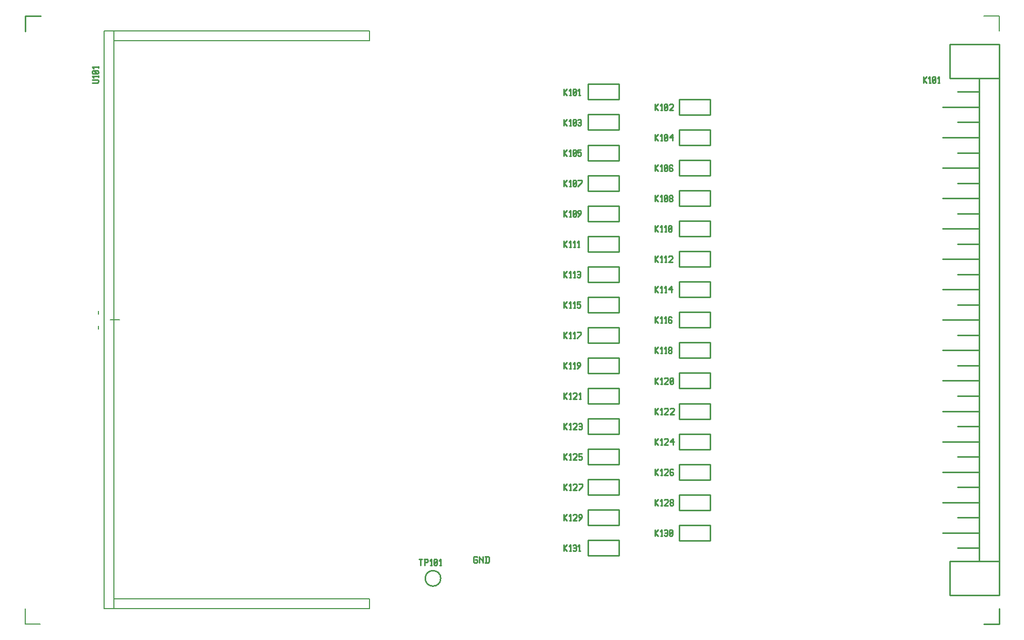
<source format=gbr>
G04 start of page 9 for group -4079 idx -4079 *
G04 Title: 01.003.00.01.01_main_pcb_layout.pcb, topsilk *
G04 Creator: pcb 20100929 *
G04 CreationDate: Sat Sep 29 18:10:19 2012 UTC *
G04 For: bert *
G04 Format: Gerber/RS-274X *
G04 PCB-Dimensions: 629925 393705 *
G04 PCB-Coordinate-Origin: lower left *
%MOIN*%
%FSLAX25Y25*%
%LNFRONTSILK*%
%ADD22C,0.0080*%
%ADD25C,0.0100*%
G54D22*X222835Y383862D02*X51181D01*
Y9847D01*
X57480D02*Y383862D01*
X222835Y9847D02*X51181D01*
X629921Y375201D02*Y18508D01*
Y393705D02*Y383862D01*
Y393705D02*X620079D01*
X0Y4D02*X9843D01*
X0Y9847D02*Y4D01*
X222835Y9847D02*Y16146D01*
X57480D01*
X222835Y383862D02*Y377563D01*
X57480D01*
G54D25*X292000Y43705D02*X292500Y43205D01*
X290500Y43705D02*X292000D01*
X290000Y43205D02*X290500Y43705D01*
X290000Y43205D02*Y40205D01*
X290500Y39705D01*
X292000D01*
X292500Y40205D01*
Y41205D02*Y40205D01*
X292000Y41705D02*X292500Y41205D01*
X291000Y41705D02*X292000D01*
X293701Y43705D02*Y39705D01*
Y43705D02*Y43205D01*
X296201Y40705D01*
Y43705D02*Y39705D01*
X297902Y43705D02*Y39705D01*
X299402Y43705D02*X299902Y43205D01*
Y40205D01*
X299402Y39705D02*X299902Y40205D01*
X297402Y39705D02*X299402D01*
X297402Y43705D02*X299402D01*
X629921Y4D02*X619921D01*
X629921Y10004D02*Y4D01*
X629920Y375202D02*Y18509D01*
X616928Y353155D02*Y40556D01*
X593306Y314966D02*X616928D01*
X603148Y344493D02*X616928D01*
X593306Y216540D02*X616927D01*
X603148Y265753D02*X616928D01*
X593306Y255910D02*X616927D01*
Y216540D02*X616928Y216541D01*
X616927Y255910D02*X616928Y255911D01*
X603148Y246068D02*X616928D01*
X616927Y236225D02*X616928Y236226D01*
X593306Y236225D02*X616927D01*
Y295280D02*X616928Y295281D01*
X603148Y285438D02*X616928D01*
X616927Y275595D02*X616928Y275596D01*
X593306Y275595D02*X616927D01*
X603148Y226383D02*X616928D01*
X603148Y187013D02*X616928D01*
X593306Y196856D02*X616928D01*
X603148Y206698D02*X616928D01*
X593306Y157486D02*X616928D01*
X603148Y167328D02*X616928D01*
X593306Y177171D02*X616928D01*
X603148Y127958D02*X616928D01*
X593306Y137800D02*X616928D01*
X603148Y147643D02*X616928D01*
X593306Y98430D02*X616928D01*
X603148Y108273D02*X616928D01*
X593306Y118115D02*X616928D01*
X603148Y68903D02*X616928D01*
X593306Y78745D02*X616928D01*
X593306Y334651D02*X616928D01*
X603148Y324808D02*X616928D01*
X603148Y305123D02*X616928D01*
X593306Y295280D02*X616927D01*
X603148Y88588D02*X616534D01*
X616928Y88194D01*
X593306Y59060D02*X616928D01*
X603148Y49218D02*X616928D01*
X598030Y375202D02*X629920D01*
X598030D02*Y353155D01*
X629920D01*
X598030Y18509D02*X629920D01*
X598030Y40556D02*Y18509D01*
Y40556D02*X629920D01*
X258780Y29532D02*G75*G03X258780Y29532I5000J0D01*G01*
X364016Y349492D02*X384016D01*
Y339492D01*
X364016D01*
Y349492D01*
Y310122D02*X384016D01*
Y300122D01*
X364016D01*
Y310122D01*
Y231382D02*X384016D01*
Y221382D01*
X364016D01*
Y231382D01*
Y211697D02*X384016D01*
Y201697D01*
X364016D01*
Y211697D01*
Y192012D02*X384016D01*
Y182012D01*
X364016D01*
Y192012D01*
Y172327D02*X384016D01*
Y162327D01*
X364016D01*
Y172327D01*
X10000Y393705D02*X0D01*
Y383705D01*
G54D22*X55118Y196855D02*X61024D01*
X47244Y200792D02*Y202760D01*
Y192918D02*Y190949D01*
G54D25*X364016Y329807D02*X384016D01*
Y319807D01*
X364016D01*
Y329807D01*
X423071Y339650D02*X443071D01*
Y329650D01*
X423071D01*
Y339650D01*
Y319965D02*X443071D01*
Y309965D01*
X423071D01*
Y319965D01*
X364016Y290437D02*X384016D01*
Y280437D01*
X364016D01*
Y290437D01*
Y270752D02*X384016D01*
Y260752D01*
X364016D01*
Y270752D01*
Y251067D02*X384016D01*
Y241067D01*
X364016D01*
Y251067D01*
X423071Y300280D02*X443071D01*
Y290280D01*
X423071D01*
Y300280D01*
Y280595D02*X443071D01*
Y270595D01*
X423071D01*
Y280595D01*
Y260910D02*X443071D01*
Y250910D01*
X423071D01*
Y260910D01*
X364016Y152642D02*X384016D01*
Y142642D01*
X364016D01*
Y152642D01*
Y132957D02*X384016D01*
Y122957D01*
X364016D01*
Y132957D01*
Y113272D02*X384016D01*
Y103272D01*
X364016D01*
Y113272D01*
Y93587D02*X384016D01*
Y83587D01*
X364016D01*
Y93587D01*
Y73902D02*X384016D01*
Y63902D01*
X364016D01*
Y73902D01*
Y54217D02*X384016D01*
Y44217D01*
X364016D01*
Y54217D01*
X423071Y241225D02*X443071D01*
Y231225D01*
X423071D01*
Y241225D01*
Y221540D02*X443071D01*
Y211540D01*
X423071D01*
Y221540D01*
Y201855D02*X443071D01*
Y191855D01*
X423071D01*
Y201855D01*
Y182170D02*X443071D01*
Y172170D01*
X423071D01*
Y182170D01*
Y162485D02*X443071D01*
Y152485D01*
X423071D01*
Y162485D01*
Y142800D02*X443071D01*
Y132800D01*
X423071D01*
Y142800D01*
Y123115D02*X443071D01*
Y113115D01*
X423071D01*
Y123115D01*
Y103429D02*X443071D01*
Y93429D01*
X423071D01*
Y103429D01*
Y83744D02*X443071D01*
Y73744D01*
X423071D01*
Y83744D01*
Y64059D02*X443071D01*
Y54059D01*
X423071D01*
Y64059D01*
X348425Y346460D02*Y342460D01*
Y344460D02*X350425Y346460D01*
X348425Y344460D02*X350425Y342460D01*
X352126D02*X353126D01*
X352626Y346460D02*Y342460D01*
X351626Y345460D02*X352626Y346460D01*
X354327Y342960D02*X354827Y342460D01*
X354327Y345960D02*Y342960D01*
Y345960D02*X354827Y346460D01*
X355827D01*
X356327Y345960D01*
Y342960D01*
X355827Y342460D02*X356327Y342960D01*
X354827Y342460D02*X355827D01*
X354327Y343460D02*X356327Y345460D01*
X358028Y342460D02*X359028D01*
X358528Y346460D02*Y342460D01*
X357528Y345460D02*X358528Y346460D01*
X348425Y248035D02*Y244035D01*
Y246035D02*X350425Y248035D01*
X348425Y246035D02*X350425Y244035D01*
X352126D02*X353126D01*
X352626Y248035D02*Y244035D01*
X351626Y247035D02*X352626Y248035D01*
X354827Y244035D02*X355827D01*
X355327Y248035D02*Y244035D01*
X354327Y247035D02*X355327Y248035D01*
X357528Y244035D02*X358528D01*
X358028Y248035D02*Y244035D01*
X357028Y247035D02*X358028Y248035D01*
X348425Y326775D02*Y322775D01*
Y324775D02*X350425Y326775D01*
X348425Y324775D02*X350425Y322775D01*
X352126D02*X353126D01*
X352626Y326775D02*Y322775D01*
X351626Y325775D02*X352626Y326775D01*
X354327Y323275D02*X354827Y322775D01*
X354327Y326275D02*Y323275D01*
Y326275D02*X354827Y326775D01*
X355827D01*
X356327Y326275D01*
Y323275D01*
X355827Y322775D02*X356327Y323275D01*
X354827Y322775D02*X355827D01*
X354327Y323775D02*X356327Y325775D01*
X357528Y326275D02*X358028Y326775D01*
X359028D01*
X359528Y326275D01*
Y323275D01*
X359028Y322775D02*X359528Y323275D01*
X358028Y322775D02*X359028D01*
X357528Y323275D02*X358028Y322775D01*
Y324775D02*X359528D01*
X348425Y307090D02*Y303090D01*
Y305090D02*X350425Y307090D01*
X348425Y305090D02*X350425Y303090D01*
X352126D02*X353126D01*
X352626Y307090D02*Y303090D01*
X351626Y306090D02*X352626Y307090D01*
X354327Y303590D02*X354827Y303090D01*
X354327Y306590D02*Y303590D01*
Y306590D02*X354827Y307090D01*
X355827D01*
X356327Y306590D01*
Y303590D01*
X355827Y303090D02*X356327Y303590D01*
X354827Y303090D02*X355827D01*
X354327Y304090D02*X356327Y306090D01*
X357528Y307090D02*X359528D01*
X357528D02*Y305090D01*
X358028Y305590D01*
X359028D01*
X359528Y305090D01*
Y303590D01*
X359028Y303090D02*X359528Y303590D01*
X358028Y303090D02*X359028D01*
X357528Y303590D02*X358028Y303090D01*
X348425Y287405D02*Y283405D01*
Y285405D02*X350425Y287405D01*
X348425Y285405D02*X350425Y283405D01*
X352126D02*X353126D01*
X352626Y287405D02*Y283405D01*
X351626Y286405D02*X352626Y287405D01*
X354327Y283905D02*X354827Y283405D01*
X354327Y286905D02*Y283905D01*
Y286905D02*X354827Y287405D01*
X355827D01*
X356327Y286905D01*
Y283905D01*
X355827Y283405D02*X356327Y283905D01*
X354827Y283405D02*X355827D01*
X354327Y284405D02*X356327Y286405D01*
X357528Y283405D02*X360028Y285905D01*
Y287405D02*Y285905D01*
X357528Y287405D02*X360028D01*
X407480Y336618D02*Y332618D01*
Y334618D02*X409480Y336618D01*
X407480Y334618D02*X409480Y332618D01*
X411181D02*X412181D01*
X411681Y336618D02*Y332618D01*
X410681Y335618D02*X411681Y336618D01*
X413382Y333118D02*X413882Y332618D01*
X413382Y336118D02*Y333118D01*
Y336118D02*X413882Y336618D01*
X414882D01*
X415382Y336118D01*
Y333118D01*
X414882Y332618D02*X415382Y333118D01*
X413882Y332618D02*X414882D01*
X413382Y333618D02*X415382Y335618D01*
X416583Y336118D02*X417083Y336618D01*
X418583D01*
X419083Y336118D01*
Y335118D01*
X416583Y332618D02*X419083Y335118D01*
X416583Y332618D02*X419083D01*
X407480Y316933D02*Y312933D01*
Y314933D02*X409480Y316933D01*
X407480Y314933D02*X409480Y312933D01*
X411181D02*X412181D01*
X411681Y316933D02*Y312933D01*
X410681Y315933D02*X411681Y316933D01*
X413382Y313433D02*X413882Y312933D01*
X413382Y316433D02*Y313433D01*
Y316433D02*X413882Y316933D01*
X414882D01*
X415382Y316433D01*
Y313433D01*
X414882Y312933D02*X415382Y313433D01*
X413882Y312933D02*X414882D01*
X413382Y313933D02*X415382Y315933D01*
X416583Y314933D02*X418583Y316933D01*
X416583Y314933D02*X419083D01*
X418583Y316933D02*Y312933D01*
X407480Y297248D02*Y293248D01*
Y295248D02*X409480Y297248D01*
X407480Y295248D02*X409480Y293248D01*
X411181D02*X412181D01*
X411681Y297248D02*Y293248D01*
X410681Y296248D02*X411681Y297248D01*
X413382Y293748D02*X413882Y293248D01*
X413382Y296748D02*Y293748D01*
Y296748D02*X413882Y297248D01*
X414882D01*
X415382Y296748D01*
Y293748D01*
X414882Y293248D02*X415382Y293748D01*
X413882Y293248D02*X414882D01*
X413382Y294248D02*X415382Y296248D01*
X418083Y297248D02*X418583Y296748D01*
X417083Y297248D02*X418083D01*
X416583Y296748D02*X417083Y297248D01*
X416583Y296748D02*Y293748D01*
X417083Y293248D01*
X418083Y295248D02*X418583Y294748D01*
X416583Y295248D02*X418083D01*
X417083Y293248D02*X418083D01*
X418583Y293748D01*
Y294748D02*Y293748D01*
X407480Y277563D02*Y273563D01*
Y275563D02*X409480Y277563D01*
X407480Y275563D02*X409480Y273563D01*
X411181D02*X412181D01*
X411681Y277563D02*Y273563D01*
X410681Y276563D02*X411681Y277563D01*
X413382Y274063D02*X413882Y273563D01*
X413382Y277063D02*Y274063D01*
Y277063D02*X413882Y277563D01*
X414882D01*
X415382Y277063D01*
Y274063D01*
X414882Y273563D02*X415382Y274063D01*
X413882Y273563D02*X414882D01*
X413382Y274563D02*X415382Y276563D01*
X416583Y274063D02*X417083Y273563D01*
X416583Y275063D02*Y274063D01*
Y275063D02*X417083Y275563D01*
X418083D01*
X418583Y275063D01*
Y274063D01*
X418083Y273563D02*X418583Y274063D01*
X417083Y273563D02*X418083D01*
X416583Y276063D02*X417083Y275563D01*
X416583Y277063D02*Y276063D01*
Y277063D02*X417083Y277563D01*
X418083D01*
X418583Y277063D01*
Y276063D01*
X418083Y275563D02*X418583Y276063D01*
X407480Y257878D02*Y253878D01*
Y255878D02*X409480Y257878D01*
X407480Y255878D02*X409480Y253878D01*
X411181D02*X412181D01*
X411681Y257878D02*Y253878D01*
X410681Y256878D02*X411681Y257878D01*
X413882Y253878D02*X414882D01*
X414382Y257878D02*Y253878D01*
X413382Y256878D02*X414382Y257878D01*
X416083Y254378D02*X416583Y253878D01*
X416083Y257378D02*Y254378D01*
Y257378D02*X416583Y257878D01*
X417583D01*
X418083Y257378D01*
Y254378D01*
X417583Y253878D02*X418083Y254378D01*
X416583Y253878D02*X417583D01*
X416083Y254878D02*X418083Y256878D01*
X407480Y238193D02*Y234193D01*
Y236193D02*X409480Y238193D01*
X407480Y236193D02*X409480Y234193D01*
X411181D02*X412181D01*
X411681Y238193D02*Y234193D01*
X410681Y237193D02*X411681Y238193D01*
X413882Y234193D02*X414882D01*
X414382Y238193D02*Y234193D01*
X413382Y237193D02*X414382Y238193D01*
X416083Y237693D02*X416583Y238193D01*
X418083D01*
X418583Y237693D01*
Y236693D01*
X416083Y234193D02*X418583Y236693D01*
X416083Y234193D02*X418583D01*
X254780Y42032D02*X256780D01*
X255780D02*Y38032D01*
X258481Y42032D02*Y38032D01*
X257981Y42032D02*X259981D01*
X260481Y41532D01*
Y40532D01*
X259981Y40032D02*X260481Y40532D01*
X258481Y40032D02*X259981D01*
X262182Y38032D02*X263182D01*
X262682Y42032D02*Y38032D01*
X261682Y41032D02*X262682Y42032D01*
X264383Y38532D02*X264883Y38032D01*
X264383Y41532D02*Y38532D01*
Y41532D02*X264883Y42032D01*
X265883D01*
X266383Y41532D01*
Y38532D01*
X265883Y38032D02*X266383Y38532D01*
X264883Y38032D02*X265883D01*
X264383Y39032D02*X266383Y41032D01*
X268084Y38032D02*X269084D01*
X268584Y42032D02*Y38032D01*
X267584Y41032D02*X268584Y42032D01*
X43306Y350397D02*X46806D01*
X47306Y350897D01*
Y351897D02*Y350897D01*
Y351897D02*X46806Y352397D01*
X43306D02*X46806D01*
X47306Y355098D02*Y354098D01*
X43306Y354598D02*X47306D01*
X44306Y353598D02*X43306Y354598D01*
X46806Y356299D02*X47306Y356799D01*
X43806Y356299D02*X46806D01*
X43806D02*X43306Y356799D01*
Y357799D02*Y356799D01*
Y357799D02*X43806Y358299D01*
X46806D01*
X47306Y357799D02*X46806Y358299D01*
X47306Y357799D02*Y356799D01*
X46306Y356299D02*X44306Y358299D01*
X47306Y361000D02*Y360000D01*
X43306Y360500D02*X47306D01*
X44306Y359500D02*X43306Y360500D01*
X348425Y267720D02*Y263720D01*
Y265720D02*X350425Y267720D01*
X348425Y265720D02*X350425Y263720D01*
X352126D02*X353126D01*
X352626Y267720D02*Y263720D01*
X351626Y266720D02*X352626Y267720D01*
X354327Y264220D02*X354827Y263720D01*
X354327Y267220D02*Y264220D01*
Y267220D02*X354827Y267720D01*
X355827D01*
X356327Y267220D01*
Y264220D01*
X355827Y263720D02*X356327Y264220D01*
X354827Y263720D02*X355827D01*
X354327Y264720D02*X356327Y266720D01*
X357528Y263720D02*X359528Y265720D01*
Y267220D02*Y265720D01*
X359028Y267720D02*X359528Y267220D01*
X358028Y267720D02*X359028D01*
X357528Y267220D02*X358028Y267720D01*
X357528Y267220D02*Y266220D01*
X358028Y265720D01*
X359528D01*
X348425Y228350D02*Y224350D01*
Y226350D02*X350425Y228350D01*
X348425Y226350D02*X350425Y224350D01*
X352126D02*X353126D01*
X352626Y228350D02*Y224350D01*
X351626Y227350D02*X352626Y228350D01*
X354827Y224350D02*X355827D01*
X355327Y228350D02*Y224350D01*
X354327Y227350D02*X355327Y228350D01*
X357028Y227850D02*X357528Y228350D01*
X358528D01*
X359028Y227850D01*
Y224850D01*
X358528Y224350D02*X359028Y224850D01*
X357528Y224350D02*X358528D01*
X357028Y224850D02*X357528Y224350D01*
Y226350D02*X359028D01*
X348425Y208665D02*Y204665D01*
Y206665D02*X350425Y208665D01*
X348425Y206665D02*X350425Y204665D01*
X352126D02*X353126D01*
X352626Y208665D02*Y204665D01*
X351626Y207665D02*X352626Y208665D01*
X354827Y204665D02*X355827D01*
X355327Y208665D02*Y204665D01*
X354327Y207665D02*X355327Y208665D01*
X357028D02*X359028D01*
X357028D02*Y206665D01*
X357528Y207165D01*
X358528D01*
X359028Y206665D01*
Y205165D01*
X358528Y204665D02*X359028Y205165D01*
X357528Y204665D02*X358528D01*
X357028Y205165D02*X357528Y204665D01*
X348425Y188980D02*Y184980D01*
Y186980D02*X350425Y188980D01*
X348425Y186980D02*X350425Y184980D01*
X352126D02*X353126D01*
X352626Y188980D02*Y184980D01*
X351626Y187980D02*X352626Y188980D01*
X354827Y184980D02*X355827D01*
X355327Y188980D02*Y184980D01*
X354327Y187980D02*X355327Y188980D01*
X357028Y184980D02*X359528Y187480D01*
Y188980D02*Y187480D01*
X357028Y188980D02*X359528D01*
X580906Y354334D02*Y350334D01*
Y352334D02*X582906Y354334D01*
X580906Y352334D02*X582906Y350334D01*
X584607D02*X585607D01*
X585107Y354334D02*Y350334D01*
X584107Y353334D02*X585107Y354334D01*
X586808Y350834D02*X587308Y350334D01*
X586808Y353834D02*Y350834D01*
Y353834D02*X587308Y354334D01*
X588308D01*
X588808Y353834D01*
Y350834D01*
X588308Y350334D02*X588808Y350834D01*
X587308Y350334D02*X588308D01*
X586808Y351334D02*X588808Y353334D01*
X590509Y350334D02*X591509D01*
X591009Y354334D02*Y350334D01*
X590009Y353334D02*X591009Y354334D01*
X348425Y70870D02*Y66870D01*
Y68870D02*X350425Y70870D01*
X348425Y68870D02*X350425Y66870D01*
X352126D02*X353126D01*
X352626Y70870D02*Y66870D01*
X351626Y69870D02*X352626Y70870D01*
X354327Y70370D02*X354827Y70870D01*
X356327D01*
X356827Y70370D01*
Y69370D01*
X354327Y66870D02*X356827Y69370D01*
X354327Y66870D02*X356827D01*
X358028D02*X360028Y68870D01*
Y70370D02*Y68870D01*
X359528Y70870D02*X360028Y70370D01*
X358528Y70870D02*X359528D01*
X358028Y70370D02*X358528Y70870D01*
X358028Y70370D02*Y69370D01*
X358528Y68870D01*
X360028D01*
X348425Y51185D02*Y47185D01*
Y49185D02*X350425Y51185D01*
X348425Y49185D02*X350425Y47185D01*
X352126D02*X353126D01*
X352626Y51185D02*Y47185D01*
X351626Y50185D02*X352626Y51185D01*
X354327Y50685D02*X354827Y51185D01*
X355827D01*
X356327Y50685D01*
Y47685D01*
X355827Y47185D02*X356327Y47685D01*
X354827Y47185D02*X355827D01*
X354327Y47685D02*X354827Y47185D01*
Y49185D02*X356327D01*
X358028Y47185D02*X359028D01*
X358528Y51185D02*Y47185D01*
X357528Y50185D02*X358528Y51185D01*
X407480Y139768D02*Y135768D01*
Y137768D02*X409480Y139768D01*
X407480Y137768D02*X409480Y135768D01*
X411181D02*X412181D01*
X411681Y139768D02*Y135768D01*
X410681Y138768D02*X411681Y139768D01*
X413382Y139268D02*X413882Y139768D01*
X415382D01*
X415882Y139268D01*
Y138268D01*
X413382Y135768D02*X415882Y138268D01*
X413382Y135768D02*X415882D01*
X417083Y139268D02*X417583Y139768D01*
X419083D01*
X419583Y139268D01*
Y138268D01*
X417083Y135768D02*X419583Y138268D01*
X417083Y135768D02*X419583D01*
X407480Y120083D02*Y116083D01*
Y118083D02*X409480Y120083D01*
X407480Y118083D02*X409480Y116083D01*
X411181D02*X412181D01*
X411681Y120083D02*Y116083D01*
X410681Y119083D02*X411681Y120083D01*
X413382Y119583D02*X413882Y120083D01*
X415382D01*
X415882Y119583D01*
Y118583D01*
X413382Y116083D02*X415882Y118583D01*
X413382Y116083D02*X415882D01*
X417083Y118083D02*X419083Y120083D01*
X417083Y118083D02*X419583D01*
X419083Y120083D02*Y116083D01*
X407480Y100397D02*Y96397D01*
Y98397D02*X409480Y100397D01*
X407480Y98397D02*X409480Y96397D01*
X411181D02*X412181D01*
X411681Y100397D02*Y96397D01*
X410681Y99397D02*X411681Y100397D01*
X413382Y99897D02*X413882Y100397D01*
X415382D01*
X415882Y99897D01*
Y98897D01*
X413382Y96397D02*X415882Y98897D01*
X413382Y96397D02*X415882D01*
X418583Y100397D02*X419083Y99897D01*
X417583Y100397D02*X418583D01*
X417083Y99897D02*X417583Y100397D01*
X417083Y99897D02*Y96897D01*
X417583Y96397D01*
X418583Y98397D02*X419083Y97897D01*
X417083Y98397D02*X418583D01*
X417583Y96397D02*X418583D01*
X419083Y96897D01*
Y97897D02*Y96897D01*
X407480Y80712D02*Y76712D01*
Y78712D02*X409480Y80712D01*
X407480Y78712D02*X409480Y76712D01*
X411181D02*X412181D01*
X411681Y80712D02*Y76712D01*
X410681Y79712D02*X411681Y80712D01*
X413382Y80212D02*X413882Y80712D01*
X415382D01*
X415882Y80212D01*
Y79212D01*
X413382Y76712D02*X415882Y79212D01*
X413382Y76712D02*X415882D01*
X417083Y77212D02*X417583Y76712D01*
X417083Y78212D02*Y77212D01*
Y78212D02*X417583Y78712D01*
X418583D01*
X419083Y78212D01*
Y77212D01*
X418583Y76712D02*X419083Y77212D01*
X417583Y76712D02*X418583D01*
X417083Y79212D02*X417583Y78712D01*
X417083Y80212D02*Y79212D01*
Y80212D02*X417583Y80712D01*
X418583D01*
X419083Y80212D01*
Y79212D01*
X418583Y78712D02*X419083Y79212D01*
X407480Y61027D02*Y57027D01*
Y59027D02*X409480Y61027D01*
X407480Y59027D02*X409480Y57027D01*
X411181D02*X412181D01*
X411681Y61027D02*Y57027D01*
X410681Y60027D02*X411681Y61027D01*
X413382Y60527D02*X413882Y61027D01*
X414882D01*
X415382Y60527D01*
Y57527D01*
X414882Y57027D02*X415382Y57527D01*
X413882Y57027D02*X414882D01*
X413382Y57527D02*X413882Y57027D01*
Y59027D02*X415382D01*
X416583Y57527D02*X417083Y57027D01*
X416583Y60527D02*Y57527D01*
Y60527D02*X417083Y61027D01*
X418083D01*
X418583Y60527D01*
Y57527D01*
X418083Y57027D02*X418583Y57527D01*
X417083Y57027D02*X418083D01*
X416583Y58027D02*X418583Y60027D01*
X348425Y169295D02*Y165295D01*
Y167295D02*X350425Y169295D01*
X348425Y167295D02*X350425Y165295D01*
X352126D02*X353126D01*
X352626Y169295D02*Y165295D01*
X351626Y168295D02*X352626Y169295D01*
X354827Y165295D02*X355827D01*
X355327Y169295D02*Y165295D01*
X354327Y168295D02*X355327Y169295D01*
X357028Y165295D02*X359028Y167295D01*
Y168795D02*Y167295D01*
X358528Y169295D02*X359028Y168795D01*
X357528Y169295D02*X358528D01*
X357028Y168795D02*X357528Y169295D01*
X357028Y168795D02*Y167795D01*
X357528Y167295D01*
X359028D01*
X348425Y149610D02*Y145610D01*
Y147610D02*X350425Y149610D01*
X348425Y147610D02*X350425Y145610D01*
X352126D02*X353126D01*
X352626Y149610D02*Y145610D01*
X351626Y148610D02*X352626Y149610D01*
X354327Y149110D02*X354827Y149610D01*
X356327D01*
X356827Y149110D01*
Y148110D01*
X354327Y145610D02*X356827Y148110D01*
X354327Y145610D02*X356827D01*
X358528D02*X359528D01*
X359028Y149610D02*Y145610D01*
X358028Y148610D02*X359028Y149610D01*
X348425Y129925D02*Y125925D01*
Y127925D02*X350425Y129925D01*
X348425Y127925D02*X350425Y125925D01*
X352126D02*X353126D01*
X352626Y129925D02*Y125925D01*
X351626Y128925D02*X352626Y129925D01*
X354327Y129425D02*X354827Y129925D01*
X356327D01*
X356827Y129425D01*
Y128425D01*
X354327Y125925D02*X356827Y128425D01*
X354327Y125925D02*X356827D01*
X358028Y129425D02*X358528Y129925D01*
X359528D01*
X360028Y129425D01*
Y126425D01*
X359528Y125925D02*X360028Y126425D01*
X358528Y125925D02*X359528D01*
X358028Y126425D02*X358528Y125925D01*
Y127925D02*X360028D01*
X348425Y110240D02*Y106240D01*
Y108240D02*X350425Y110240D01*
X348425Y108240D02*X350425Y106240D01*
X352126D02*X353126D01*
X352626Y110240D02*Y106240D01*
X351626Y109240D02*X352626Y110240D01*
X354327Y109740D02*X354827Y110240D01*
X356327D01*
X356827Y109740D01*
Y108740D01*
X354327Y106240D02*X356827Y108740D01*
X354327Y106240D02*X356827D01*
X358028Y110240D02*X360028D01*
X358028D02*Y108240D01*
X358528Y108740D01*
X359528D01*
X360028Y108240D01*
Y106740D01*
X359528Y106240D02*X360028Y106740D01*
X358528Y106240D02*X359528D01*
X358028Y106740D02*X358528Y106240D01*
X348425Y90555D02*Y86555D01*
Y88555D02*X350425Y90555D01*
X348425Y88555D02*X350425Y86555D01*
X352126D02*X353126D01*
X352626Y90555D02*Y86555D01*
X351626Y89555D02*X352626Y90555D01*
X354327Y90055D02*X354827Y90555D01*
X356327D01*
X356827Y90055D01*
Y89055D01*
X354327Y86555D02*X356827Y89055D01*
X354327Y86555D02*X356827D01*
X358028D02*X360528Y89055D01*
Y90555D02*Y89055D01*
X358028Y90555D02*X360528D01*
X407480Y218508D02*Y214508D01*
Y216508D02*X409480Y218508D01*
X407480Y216508D02*X409480Y214508D01*
X411181D02*X412181D01*
X411681Y218508D02*Y214508D01*
X410681Y217508D02*X411681Y218508D01*
X413882Y214508D02*X414882D01*
X414382Y218508D02*Y214508D01*
X413382Y217508D02*X414382Y218508D01*
X416083Y216508D02*X418083Y218508D01*
X416083Y216508D02*X418583D01*
X418083Y218508D02*Y214508D01*
X407480Y198823D02*Y194823D01*
Y196823D02*X409480Y198823D01*
X407480Y196823D02*X409480Y194823D01*
X411181D02*X412181D01*
X411681Y198823D02*Y194823D01*
X410681Y197823D02*X411681Y198823D01*
X413882Y194823D02*X414882D01*
X414382Y198823D02*Y194823D01*
X413382Y197823D02*X414382Y198823D01*
X417583D02*X418083Y198323D01*
X416583Y198823D02*X417583D01*
X416083Y198323D02*X416583Y198823D01*
X416083Y198323D02*Y195323D01*
X416583Y194823D01*
X417583Y196823D02*X418083Y196323D01*
X416083Y196823D02*X417583D01*
X416583Y194823D02*X417583D01*
X418083Y195323D01*
Y196323D02*Y195323D01*
X407480Y179138D02*Y175138D01*
Y177138D02*X409480Y179138D01*
X407480Y177138D02*X409480Y175138D01*
X411181D02*X412181D01*
X411681Y179138D02*Y175138D01*
X410681Y178138D02*X411681Y179138D01*
X413882Y175138D02*X414882D01*
X414382Y179138D02*Y175138D01*
X413382Y178138D02*X414382Y179138D01*
X416083Y175638D02*X416583Y175138D01*
X416083Y176638D02*Y175638D01*
Y176638D02*X416583Y177138D01*
X417583D01*
X418083Y176638D01*
Y175638D01*
X417583Y175138D02*X418083Y175638D01*
X416583Y175138D02*X417583D01*
X416083Y177638D02*X416583Y177138D01*
X416083Y178638D02*Y177638D01*
Y178638D02*X416583Y179138D01*
X417583D01*
X418083Y178638D01*
Y177638D01*
X417583Y177138D02*X418083Y177638D01*
X407480Y159453D02*Y155453D01*
Y157453D02*X409480Y159453D01*
X407480Y157453D02*X409480Y155453D01*
X411181D02*X412181D01*
X411681Y159453D02*Y155453D01*
X410681Y158453D02*X411681Y159453D01*
X413382Y158953D02*X413882Y159453D01*
X415382D01*
X415882Y158953D01*
Y157953D01*
X413382Y155453D02*X415882Y157953D01*
X413382Y155453D02*X415882D01*
X417083Y155953D02*X417583Y155453D01*
X417083Y158953D02*Y155953D01*
Y158953D02*X417583Y159453D01*
X418583D01*
X419083Y158953D01*
Y155953D01*
X418583Y155453D02*X419083Y155953D01*
X417583Y155453D02*X418583D01*
X417083Y156453D02*X419083Y158453D01*
M02*

</source>
